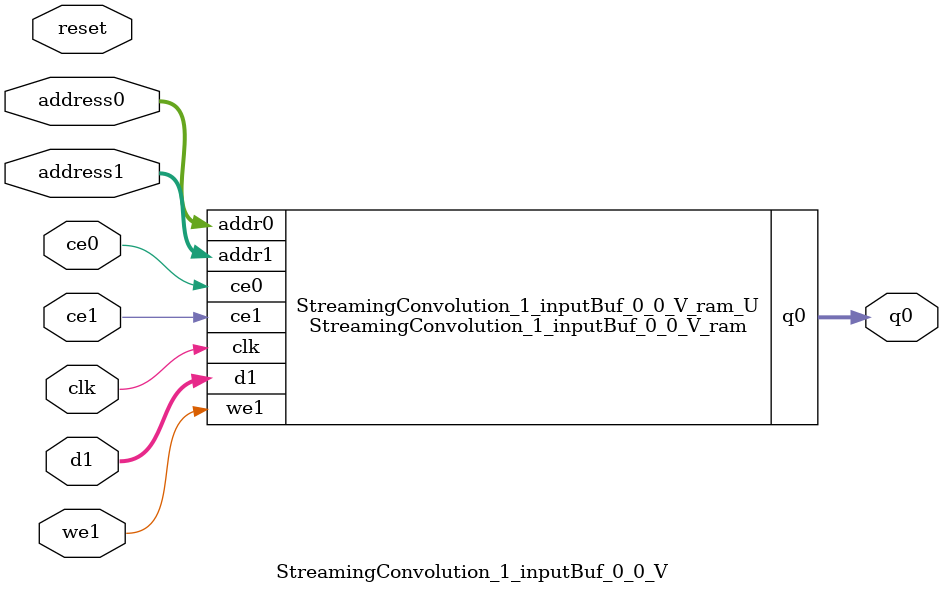
<source format=v>
`timescale 1 ns / 1 ps
module StreamingConvolution_1_inputBuf_0_0_V_ram (addr0, ce0, q0, addr1, ce1, d1, we1,  clk);

parameter DWIDTH = 64;
parameter AWIDTH = 4;
parameter MEM_SIZE = 14;

input[AWIDTH-1:0] addr0;
input ce0;
output reg[DWIDTH-1:0] q0;
input[AWIDTH-1:0] addr1;
input ce1;
input[DWIDTH-1:0] d1;
input we1;
input clk;

reg [DWIDTH-1:0] ram[0:MEM_SIZE-1];




always @(posedge clk)  
begin 
    if (ce0) 
    begin
        q0 <= ram[addr0];
    end
end


always @(posedge clk)  
begin 
    if (ce1) 
    begin
        if (we1) 
        begin 
            ram[addr1] <= d1; 
        end 
    end
end


endmodule

`timescale 1 ns / 1 ps
module StreamingConvolution_1_inputBuf_0_0_V(
    reset,
    clk,
    address0,
    ce0,
    q0,
    address1,
    ce1,
    we1,
    d1);

parameter DataWidth = 32'd64;
parameter AddressRange = 32'd14;
parameter AddressWidth = 32'd4;
input reset;
input clk;
input[AddressWidth - 1:0] address0;
input ce0;
output[DataWidth - 1:0] q0;
input[AddressWidth - 1:0] address1;
input ce1;
input we1;
input[DataWidth - 1:0] d1;



StreamingConvolution_1_inputBuf_0_0_V_ram StreamingConvolution_1_inputBuf_0_0_V_ram_U(
    .clk( clk ),
    .addr0( address0 ),
    .ce0( ce0 ),
    .q0( q0 ),
    .addr1( address1 ),
    .ce1( ce1 ),
    .we1( we1 ),
    .d1( d1 ));

endmodule


</source>
